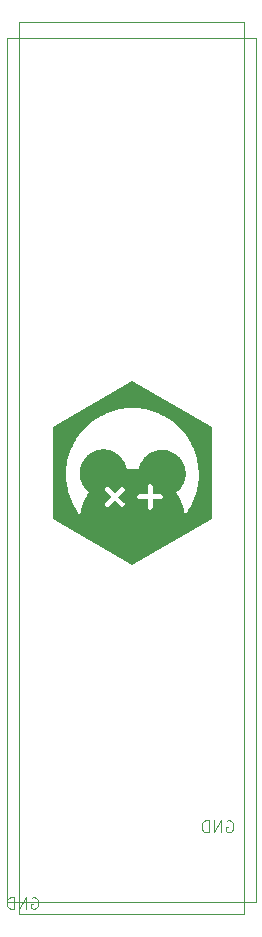
<source format=gbr>
%TF.GenerationSoftware,KiCad,Pcbnew,9.0.4*%
%TF.CreationDate,2025-09-26T22:16:16-05:00*%
%TF.ProjectId,loongcat40,6c6f6f6e-6763-4617-9434-302e6b696361,rev?*%
%TF.SameCoordinates,Original*%
%TF.FileFunction,Legend,Bot*%
%TF.FilePolarity,Positive*%
%FSLAX46Y46*%
G04 Gerber Fmt 4.6, Leading zero omitted, Abs format (unit mm)*
G04 Created by KiCad (PCBNEW 9.0.4) date 2025-09-26 22:16:16*
%MOMM*%
%LPD*%
G01*
G04 APERTURE LIST*
%ADD10C,0.100000*%
%ADD11C,0.000000*%
G04 APERTURE END LIST*
D10*
X146172306Y-96420038D02*
X146267544Y-96372419D01*
X146267544Y-96372419D02*
X146410401Y-96372419D01*
X146410401Y-96372419D02*
X146553258Y-96420038D01*
X146553258Y-96420038D02*
X146648496Y-96515276D01*
X146648496Y-96515276D02*
X146696115Y-96610514D01*
X146696115Y-96610514D02*
X146743734Y-96800990D01*
X146743734Y-96800990D02*
X146743734Y-96943847D01*
X146743734Y-96943847D02*
X146696115Y-97134323D01*
X146696115Y-97134323D02*
X146648496Y-97229561D01*
X146648496Y-97229561D02*
X146553258Y-97324800D01*
X146553258Y-97324800D02*
X146410401Y-97372419D01*
X146410401Y-97372419D02*
X146315163Y-97372419D01*
X146315163Y-97372419D02*
X146172306Y-97324800D01*
X146172306Y-97324800D02*
X146124687Y-97277180D01*
X146124687Y-97277180D02*
X146124687Y-96943847D01*
X146124687Y-96943847D02*
X146315163Y-96943847D01*
X145696115Y-97372419D02*
X145696115Y-96372419D01*
X145696115Y-96372419D02*
X145124687Y-97372419D01*
X145124687Y-97372419D02*
X145124687Y-96372419D01*
X144648496Y-97372419D02*
X144648496Y-96372419D01*
X144648496Y-96372419D02*
X144410401Y-96372419D01*
X144410401Y-96372419D02*
X144267544Y-96420038D01*
X144267544Y-96420038D02*
X144172306Y-96515276D01*
X144172306Y-96515276D02*
X144124687Y-96610514D01*
X144124687Y-96610514D02*
X144077068Y-96800990D01*
X144077068Y-96800990D02*
X144077068Y-96943847D01*
X144077068Y-96943847D02*
X144124687Y-97134323D01*
X144124687Y-97134323D02*
X144172306Y-97229561D01*
X144172306Y-97229561D02*
X144267544Y-97324800D01*
X144267544Y-97324800D02*
X144410401Y-97372419D01*
X144410401Y-97372419D02*
X144648496Y-97372419D01*
X129672306Y-102920038D02*
X129767544Y-102872419D01*
X129767544Y-102872419D02*
X129910401Y-102872419D01*
X129910401Y-102872419D02*
X130053258Y-102920038D01*
X130053258Y-102920038D02*
X130148496Y-103015276D01*
X130148496Y-103015276D02*
X130196115Y-103110514D01*
X130196115Y-103110514D02*
X130243734Y-103300990D01*
X130243734Y-103300990D02*
X130243734Y-103443847D01*
X130243734Y-103443847D02*
X130196115Y-103634323D01*
X130196115Y-103634323D02*
X130148496Y-103729561D01*
X130148496Y-103729561D02*
X130053258Y-103824800D01*
X130053258Y-103824800D02*
X129910401Y-103872419D01*
X129910401Y-103872419D02*
X129815163Y-103872419D01*
X129815163Y-103872419D02*
X129672306Y-103824800D01*
X129672306Y-103824800D02*
X129624687Y-103777180D01*
X129624687Y-103777180D02*
X129624687Y-103443847D01*
X129624687Y-103443847D02*
X129815163Y-103443847D01*
X129196115Y-103872419D02*
X129196115Y-102872419D01*
X129196115Y-102872419D02*
X128624687Y-103872419D01*
X128624687Y-103872419D02*
X128624687Y-102872419D01*
X128148496Y-103872419D02*
X128148496Y-102872419D01*
X128148496Y-102872419D02*
X127910401Y-102872419D01*
X127910401Y-102872419D02*
X127767544Y-102920038D01*
X127767544Y-102920038D02*
X127672306Y-103015276D01*
X127672306Y-103015276D02*
X127624687Y-103110514D01*
X127624687Y-103110514D02*
X127577068Y-103300990D01*
X127577068Y-103300990D02*
X127577068Y-103443847D01*
X127577068Y-103443847D02*
X127624687Y-103634323D01*
X127624687Y-103634323D02*
X127672306Y-103729561D01*
X127672306Y-103729561D02*
X127767544Y-103824800D01*
X127767544Y-103824800D02*
X127910401Y-103872419D01*
X127910401Y-103872419D02*
X128148496Y-103872419D01*
D11*
G36*
X144961660Y-70851511D02*
G01*
X138209279Y-74750000D01*
X131456889Y-70851509D01*
X131456891Y-67074062D01*
X132591206Y-67074062D01*
X132596336Y-67316133D01*
X132611586Y-67555599D01*
X132636750Y-67792253D01*
X132671619Y-68025887D01*
X132715987Y-68256294D01*
X132769647Y-68483266D01*
X132832390Y-68706596D01*
X132904009Y-68926077D01*
X132984297Y-69141501D01*
X133073047Y-69352660D01*
X133170051Y-69559349D01*
X133275102Y-69761358D01*
X133387992Y-69958481D01*
X133508514Y-70150510D01*
X133636460Y-70337238D01*
X133771624Y-70518457D01*
X133791174Y-70383332D01*
X133814723Y-70249538D01*
X133842208Y-70117137D01*
X133873566Y-69986191D01*
X133908733Y-69856765D01*
X133947648Y-69728922D01*
X133990247Y-69602723D01*
X134036467Y-69478233D01*
X134086245Y-69355513D01*
X134139518Y-69234628D01*
X134196223Y-69115640D01*
X134256297Y-68998612D01*
X134319678Y-68883607D01*
X134386301Y-68770688D01*
X134456105Y-68659918D01*
X134529027Y-68551360D01*
X134440598Y-68480188D01*
X134356378Y-68404223D01*
X134313011Y-68360450D01*
X135887629Y-68360450D01*
X135887668Y-68370351D01*
X135888167Y-68380241D01*
X135889125Y-68390104D01*
X135890543Y-68399922D01*
X135892421Y-68409677D01*
X135894759Y-68419352D01*
X135897557Y-68428930D01*
X135900815Y-68438392D01*
X135904533Y-68447723D01*
X135908710Y-68456903D01*
X135913347Y-68465916D01*
X135918445Y-68474745D01*
X135924002Y-68483371D01*
X135930019Y-68491777D01*
X135936496Y-68499946D01*
X135943432Y-68507861D01*
X135943400Y-68507893D01*
X135943368Y-68507925D01*
X135943335Y-68507958D01*
X135943303Y-68507991D01*
X135949553Y-68514240D01*
X136418347Y-68983032D01*
X135949553Y-69451824D01*
X135943303Y-69458074D01*
X135943432Y-69458203D01*
X135936496Y-69466118D01*
X135930019Y-69474287D01*
X135924002Y-69482694D01*
X135918445Y-69491320D01*
X135913347Y-69500148D01*
X135908710Y-69509161D01*
X135904533Y-69518342D01*
X135900815Y-69527672D01*
X135897557Y-69537135D01*
X135894759Y-69546712D01*
X135892421Y-69556387D01*
X135890543Y-69566142D01*
X135889125Y-69575960D01*
X135888167Y-69585823D01*
X135887668Y-69595713D01*
X135887629Y-69605614D01*
X135888051Y-69615508D01*
X135888932Y-69625376D01*
X135890273Y-69635203D01*
X135892073Y-69644970D01*
X135894334Y-69654660D01*
X135897055Y-69664255D01*
X135900235Y-69673738D01*
X135903875Y-69683092D01*
X135907976Y-69692299D01*
X135912536Y-69701341D01*
X135917556Y-69710202D01*
X135923035Y-69718863D01*
X135928975Y-69727308D01*
X135935374Y-69735518D01*
X135942234Y-69743477D01*
X135949553Y-69751166D01*
X135957243Y-69758485D01*
X135965201Y-69765345D01*
X135973412Y-69771744D01*
X135981856Y-69777684D01*
X135990518Y-69783164D01*
X135999378Y-69788184D01*
X136008421Y-69792744D01*
X136017627Y-69796844D01*
X136026981Y-69800484D01*
X136036464Y-69803664D01*
X136046060Y-69806385D01*
X136055749Y-69808646D01*
X136065516Y-69810446D01*
X136075343Y-69811787D01*
X136085212Y-69812668D01*
X136095105Y-69813089D01*
X136105006Y-69813051D01*
X136114896Y-69812552D01*
X136124759Y-69811594D01*
X136134577Y-69810175D01*
X136144332Y-69808297D01*
X136154007Y-69805959D01*
X136163585Y-69803161D01*
X136173048Y-69799904D01*
X136182378Y-69796186D01*
X136191559Y-69792008D01*
X136200572Y-69787371D01*
X136209401Y-69782274D01*
X136218027Y-69776717D01*
X136226434Y-69770700D01*
X136234603Y-69764223D01*
X136242518Y-69757286D01*
X136242533Y-69757302D01*
X136242549Y-69757318D01*
X136242581Y-69757351D01*
X136242613Y-69757383D01*
X136242646Y-69757416D01*
X136248894Y-69751166D01*
X136717686Y-69282374D01*
X137192731Y-69757416D01*
X137192794Y-69757351D01*
X137192826Y-69757318D01*
X137192858Y-69757286D01*
X137200773Y-69764223D01*
X137208942Y-69770700D01*
X137217348Y-69776717D01*
X137225974Y-69782274D01*
X137234803Y-69787371D01*
X137243816Y-69792008D01*
X137252996Y-69796186D01*
X137262327Y-69799904D01*
X137271789Y-69803161D01*
X137281367Y-69805959D01*
X137291042Y-69808297D01*
X137300797Y-69810175D01*
X137310615Y-69811594D01*
X137320478Y-69812552D01*
X137330368Y-69813051D01*
X137340269Y-69813089D01*
X137350162Y-69812668D01*
X137360031Y-69811787D01*
X137369858Y-69810446D01*
X137379625Y-69808646D01*
X137389314Y-69806385D01*
X137398910Y-69803664D01*
X137408393Y-69800484D01*
X137417747Y-69796844D01*
X137426954Y-69792744D01*
X137435996Y-69788184D01*
X137444857Y-69783164D01*
X137453518Y-69777684D01*
X137461963Y-69771744D01*
X137470173Y-69765345D01*
X137478132Y-69758485D01*
X137485821Y-69751166D01*
X137493141Y-69743477D01*
X137500000Y-69735518D01*
X137506400Y-69727308D01*
X137512340Y-69718863D01*
X137517819Y-69710202D01*
X137522839Y-69701341D01*
X137527400Y-69692299D01*
X137531500Y-69683092D01*
X137535140Y-69673738D01*
X137538321Y-69664255D01*
X137541041Y-69654660D01*
X137543302Y-69644970D01*
X137545103Y-69635203D01*
X137546444Y-69625376D01*
X137547325Y-69615508D01*
X137547746Y-69605614D01*
X137547707Y-69595713D01*
X137547209Y-69585823D01*
X137546250Y-69575960D01*
X137544832Y-69566142D01*
X137542954Y-69556387D01*
X137540616Y-69546712D01*
X137537818Y-69537135D01*
X137534561Y-69527672D01*
X137530843Y-69518342D01*
X137526666Y-69509161D01*
X137522028Y-69500148D01*
X137516931Y-69491320D01*
X137511374Y-69482694D01*
X137505357Y-69474287D01*
X137498880Y-69466118D01*
X137491944Y-69458203D01*
X137492070Y-69458074D01*
X137017029Y-68983032D01*
X137017031Y-68983030D01*
X138614560Y-68983030D01*
X138614822Y-68993643D01*
X138615599Y-69004121D01*
X138616879Y-69014452D01*
X138618651Y-69024623D01*
X138620900Y-69034623D01*
X138623616Y-69044438D01*
X138626786Y-69054056D01*
X138630397Y-69063466D01*
X138634437Y-69072654D01*
X138638894Y-69081609D01*
X138643755Y-69090317D01*
X138649008Y-69098768D01*
X138654641Y-69106947D01*
X138660641Y-69114844D01*
X138666996Y-69122445D01*
X138673694Y-69129739D01*
X138680722Y-69136712D01*
X138688068Y-69143353D01*
X138695720Y-69149650D01*
X138703665Y-69155589D01*
X138711891Y-69161159D01*
X138720386Y-69166347D01*
X138729136Y-69171141D01*
X138738131Y-69175529D01*
X138747357Y-69179498D01*
X138756803Y-69183035D01*
X138766455Y-69186130D01*
X138776302Y-69188768D01*
X138786331Y-69190938D01*
X138796529Y-69192628D01*
X138806886Y-69193824D01*
X138817387Y-69194516D01*
X138817387Y-69194697D01*
X138826226Y-69194697D01*
X139489199Y-69194697D01*
X139489199Y-69857670D01*
X139489199Y-69866507D01*
X139489380Y-69866507D01*
X139490072Y-69877009D01*
X139491269Y-69887365D01*
X139492959Y-69897564D01*
X139495129Y-69907593D01*
X139497767Y-69917440D01*
X139500861Y-69927093D01*
X139504399Y-69936538D01*
X139508368Y-69945764D01*
X139512755Y-69954759D01*
X139517549Y-69963510D01*
X139522738Y-69972004D01*
X139528307Y-69980230D01*
X139534247Y-69988175D01*
X139540543Y-69995827D01*
X139547184Y-70003173D01*
X139554158Y-70010201D01*
X139561451Y-70016899D01*
X139569053Y-70023254D01*
X139576949Y-70029254D01*
X139585129Y-70034887D01*
X139593579Y-70040140D01*
X139602287Y-70045001D01*
X139611242Y-70049458D01*
X139620430Y-70053498D01*
X139629839Y-70057109D01*
X139639458Y-70060279D01*
X139649272Y-70062994D01*
X139659272Y-70065244D01*
X139669443Y-70067015D01*
X139679773Y-70068296D01*
X139690251Y-70069073D01*
X139700863Y-70069335D01*
X139711476Y-70069073D01*
X139721954Y-70068296D01*
X139732285Y-70067015D01*
X139742457Y-70065244D01*
X139752456Y-70062994D01*
X139762271Y-70060279D01*
X139771890Y-70057109D01*
X139781299Y-70053498D01*
X139790487Y-70049458D01*
X139799442Y-70045001D01*
X139808151Y-70040140D01*
X139816601Y-70034887D01*
X139824781Y-70029254D01*
X139832677Y-70023254D01*
X139840279Y-70016899D01*
X139847572Y-70010201D01*
X139854546Y-70003173D01*
X139861187Y-69995827D01*
X139867484Y-69988175D01*
X139873423Y-69980230D01*
X139878993Y-69972004D01*
X139884181Y-69963510D01*
X139888975Y-69954759D01*
X139893363Y-69945764D01*
X139897332Y-69936538D01*
X139900869Y-69927093D01*
X139903964Y-69917440D01*
X139906602Y-69907593D01*
X139908772Y-69897564D01*
X139910462Y-69887365D01*
X139911659Y-69877009D01*
X139912350Y-69866507D01*
X139912530Y-69866507D01*
X139912530Y-69857670D01*
X139912530Y-69194697D01*
X140584342Y-69194697D01*
X140584342Y-69194516D01*
X140594843Y-69193824D01*
X140605199Y-69192628D01*
X140615398Y-69190938D01*
X140625427Y-69188768D01*
X140635274Y-69186130D01*
X140644926Y-69183035D01*
X140654372Y-69179498D01*
X140663598Y-69175529D01*
X140672592Y-69171141D01*
X140681343Y-69166347D01*
X140689838Y-69161159D01*
X140698064Y-69155589D01*
X140706009Y-69149650D01*
X140713661Y-69143353D01*
X140721007Y-69136712D01*
X140728035Y-69129739D01*
X140734733Y-69122445D01*
X140741088Y-69114844D01*
X140747088Y-69106947D01*
X140752721Y-69098768D01*
X140757974Y-69090317D01*
X140762835Y-69081609D01*
X140767292Y-69072654D01*
X140771332Y-69063466D01*
X140774943Y-69054056D01*
X140778113Y-69044438D01*
X140780828Y-69034623D01*
X140783078Y-69024623D01*
X140784849Y-69014452D01*
X140786130Y-69004121D01*
X140786907Y-68993643D01*
X140787169Y-68983030D01*
X140786907Y-68972417D01*
X140786130Y-68961940D01*
X140784849Y-68951609D01*
X140783078Y-68941438D01*
X140780829Y-68931439D01*
X140778113Y-68921624D01*
X140774943Y-68912005D01*
X140771332Y-68902596D01*
X140767292Y-68893408D01*
X140762836Y-68884453D01*
X140757975Y-68875745D01*
X140752721Y-68867294D01*
X140747089Y-68859115D01*
X140741088Y-68851218D01*
X140734733Y-68843617D01*
X140728036Y-68836323D01*
X140721007Y-68829350D01*
X140713661Y-68822709D01*
X140706010Y-68816412D01*
X140698065Y-68810473D01*
X140689839Y-68804903D01*
X140681344Y-68799715D01*
X140672593Y-68794921D01*
X140663599Y-68790533D01*
X140654372Y-68786565D01*
X140644927Y-68783027D01*
X140635275Y-68779933D01*
X140625428Y-68777294D01*
X140615399Y-68775124D01*
X140605200Y-68773435D01*
X140594843Y-68772238D01*
X140584342Y-68771546D01*
X140584342Y-68771365D01*
X139912530Y-68771365D01*
X139912530Y-68108393D01*
X139912530Y-68099553D01*
X139912350Y-68099553D01*
X139911659Y-68089052D01*
X139910462Y-68078695D01*
X139908772Y-68068496D01*
X139906602Y-68058467D01*
X139903964Y-68048621D01*
X139900869Y-68038968D01*
X139897332Y-68029523D01*
X139893363Y-68020297D01*
X139888975Y-68011302D01*
X139884181Y-68002551D01*
X139878993Y-67994057D01*
X139873423Y-67985831D01*
X139867484Y-67977885D01*
X139861187Y-67970234D01*
X139854546Y-67962888D01*
X139847572Y-67955859D01*
X139840279Y-67949161D01*
X139832677Y-67942806D01*
X139824781Y-67936806D01*
X139816601Y-67931173D01*
X139808151Y-67925920D01*
X139799442Y-67921059D01*
X139790487Y-67916602D01*
X139781299Y-67912562D01*
X139771890Y-67908951D01*
X139762271Y-67905781D01*
X139752456Y-67903065D01*
X139742457Y-67900816D01*
X139732285Y-67899044D01*
X139721954Y-67897764D01*
X139711476Y-67896986D01*
X139700863Y-67896725D01*
X139690251Y-67896986D01*
X139679773Y-67897764D01*
X139669443Y-67899044D01*
X139659271Y-67900816D01*
X139649272Y-67903065D01*
X139639457Y-67905781D01*
X139629839Y-67908951D01*
X139620430Y-67912562D01*
X139611242Y-67916602D01*
X139602287Y-67921059D01*
X139593578Y-67925920D01*
X139585128Y-67931173D01*
X139576948Y-67936806D01*
X139569052Y-67942806D01*
X139561450Y-67949161D01*
X139554157Y-67955859D01*
X139547183Y-67962888D01*
X139540542Y-67970234D01*
X139534246Y-67977885D01*
X139528306Y-67985831D01*
X139522736Y-67994057D01*
X139517548Y-68002551D01*
X139512754Y-68011302D01*
X139508366Y-68020297D01*
X139504397Y-68029523D01*
X139500860Y-68038968D01*
X139497765Y-68048621D01*
X139495127Y-68058467D01*
X139492957Y-68068496D01*
X139491267Y-68078695D01*
X139490070Y-68089052D01*
X139489379Y-68099553D01*
X139489199Y-68099553D01*
X139489199Y-68108393D01*
X139489199Y-68360449D01*
X139489199Y-68771367D01*
X138826224Y-68771367D01*
X138825965Y-68771367D01*
X138817387Y-68771365D01*
X138817387Y-68771544D01*
X138806886Y-68772236D01*
X138796529Y-68773433D01*
X138786331Y-68775122D01*
X138776302Y-68777293D01*
X138766455Y-68779931D01*
X138756803Y-68783025D01*
X138747357Y-68786563D01*
X138738131Y-68790532D01*
X138729136Y-68794919D01*
X138720386Y-68799713D01*
X138711891Y-68804901D01*
X138703665Y-68810471D01*
X138695720Y-68816411D01*
X138688068Y-68822707D01*
X138680722Y-68829348D01*
X138673694Y-68836322D01*
X138666996Y-68843615D01*
X138660641Y-68851217D01*
X138654641Y-68859113D01*
X138649008Y-68867293D01*
X138643755Y-68875743D01*
X138638894Y-68884452D01*
X138634437Y-68893406D01*
X138630397Y-68902595D01*
X138626786Y-68912004D01*
X138623616Y-68921623D01*
X138620900Y-68931438D01*
X138618651Y-68941437D01*
X138616879Y-68951608D01*
X138615599Y-68961939D01*
X138614822Y-68972417D01*
X138614560Y-68983030D01*
X137017031Y-68983030D01*
X137485821Y-68514238D01*
X137492072Y-68507989D01*
X137491944Y-68507861D01*
X137498880Y-68499946D01*
X137505357Y-68491777D01*
X137511374Y-68483370D01*
X137516931Y-68474744D01*
X137522028Y-68465916D01*
X137526666Y-68456902D01*
X137530843Y-68447722D01*
X137534561Y-68438392D01*
X137537818Y-68428929D01*
X137540616Y-68419351D01*
X137542954Y-68409676D01*
X137544832Y-68399921D01*
X137546250Y-68390103D01*
X137547209Y-68380240D01*
X137547707Y-68370350D01*
X137547746Y-68360449D01*
X137547325Y-68350556D01*
X137546444Y-68340687D01*
X137545103Y-68330860D01*
X137543302Y-68321094D01*
X137541041Y-68311404D01*
X137538321Y-68301808D01*
X137535140Y-68292325D01*
X137531500Y-68282971D01*
X137527400Y-68273764D01*
X137522839Y-68264722D01*
X137517819Y-68255861D01*
X137512340Y-68247200D01*
X137506400Y-68238755D01*
X137500000Y-68230545D01*
X137493141Y-68222586D01*
X137485821Y-68214896D01*
X137478132Y-68207577D01*
X137470173Y-68200717D01*
X137461963Y-68194318D01*
X137453518Y-68188378D01*
X137444857Y-68182899D01*
X137435996Y-68177879D01*
X137426954Y-68173319D01*
X137417747Y-68169218D01*
X137408393Y-68165578D01*
X137398910Y-68162398D01*
X137389314Y-68159677D01*
X137379625Y-68157416D01*
X137369858Y-68155616D01*
X137360031Y-68154275D01*
X137350162Y-68153394D01*
X137340269Y-68152972D01*
X137330368Y-68153011D01*
X137320478Y-68153510D01*
X137310615Y-68154468D01*
X137300797Y-68155886D01*
X137291042Y-68157764D01*
X137281367Y-68160102D01*
X137271789Y-68162900D01*
X137262327Y-68166158D01*
X137252996Y-68169876D01*
X137243816Y-68174053D01*
X137234803Y-68178690D01*
X137225974Y-68183788D01*
X137217348Y-68189345D01*
X137208942Y-68195362D01*
X137200773Y-68201839D01*
X137192858Y-68208775D01*
X137192731Y-68208647D01*
X137186478Y-68214896D01*
X136717686Y-68683690D01*
X136248892Y-68214898D01*
X136248802Y-68214805D01*
X136248756Y-68214759D01*
X136248709Y-68214713D01*
X136242648Y-68208647D01*
X136242631Y-68208663D01*
X136242614Y-68208679D01*
X136242598Y-68208695D01*
X136242581Y-68208711D01*
X136242518Y-68208775D01*
X136234603Y-68201839D01*
X136226434Y-68195362D01*
X136218027Y-68189345D01*
X136209401Y-68183788D01*
X136200572Y-68178691D01*
X136191559Y-68174054D01*
X136182379Y-68169876D01*
X136173048Y-68166159D01*
X136163585Y-68162901D01*
X136154008Y-68160103D01*
X136144333Y-68157765D01*
X136134577Y-68155887D01*
X136124760Y-68154469D01*
X136114897Y-68153510D01*
X136105006Y-68153012D01*
X136095106Y-68152973D01*
X136085212Y-68153395D01*
X136075344Y-68154276D01*
X136065517Y-68155617D01*
X136055750Y-68157417D01*
X136046060Y-68159678D01*
X136036465Y-68162399D01*
X136026982Y-68165579D01*
X136017628Y-68169220D01*
X136008421Y-68173320D01*
X135999379Y-68177880D01*
X135990518Y-68182900D01*
X135981857Y-68188380D01*
X135973412Y-68194319D01*
X135965202Y-68200719D01*
X135957243Y-68207579D01*
X135949553Y-68214898D01*
X135942234Y-68222588D01*
X135935374Y-68230546D01*
X135928975Y-68238757D01*
X135923035Y-68247201D01*
X135917556Y-68255862D01*
X135912536Y-68264723D01*
X135907976Y-68273766D01*
X135903875Y-68282972D01*
X135900235Y-68292326D01*
X135897055Y-68301809D01*
X135894334Y-68311405D01*
X135892073Y-68321094D01*
X135890273Y-68330861D01*
X135888932Y-68340688D01*
X135888051Y-68350557D01*
X135887629Y-68360450D01*
X134313011Y-68360450D01*
X134276573Y-68323670D01*
X134201389Y-68238737D01*
X134131033Y-68149630D01*
X134065712Y-68056555D01*
X134005632Y-67959718D01*
X133950999Y-67859327D01*
X133902020Y-67755588D01*
X133858901Y-67648708D01*
X133821850Y-67538892D01*
X133791072Y-67426348D01*
X133766774Y-67311281D01*
X133749163Y-67193899D01*
X133738444Y-67074408D01*
X133734826Y-66953014D01*
X133737437Y-66849842D01*
X133745188Y-66748018D01*
X133757952Y-66647669D01*
X133775602Y-66548922D01*
X133798012Y-66451902D01*
X133825055Y-66356737D01*
X133856606Y-66263552D01*
X133892539Y-66172473D01*
X133932725Y-66083628D01*
X133977041Y-65997142D01*
X134025358Y-65913142D01*
X134077550Y-65831754D01*
X134133492Y-65753105D01*
X134193057Y-65677321D01*
X134256119Y-65604528D01*
X134322551Y-65534852D01*
X134392226Y-65468420D01*
X134465019Y-65405359D01*
X134540804Y-65345794D01*
X134619453Y-65289852D01*
X134700841Y-65237659D01*
X134784841Y-65189342D01*
X134871327Y-65145027D01*
X134960172Y-65104840D01*
X135051250Y-65068908D01*
X135144435Y-65037357D01*
X135239600Y-65010313D01*
X135336620Y-64987903D01*
X135435367Y-64970253D01*
X135535716Y-64957490D01*
X135637539Y-64949739D01*
X135740712Y-64947127D01*
X135834269Y-64949274D01*
X135926729Y-64955651D01*
X136017996Y-64966165D01*
X136107977Y-64980721D01*
X136196579Y-64999226D01*
X136283706Y-65021585D01*
X136369264Y-65047705D01*
X136453161Y-65077490D01*
X136535301Y-65110849D01*
X136615591Y-65147685D01*
X136693937Y-65187905D01*
X136770244Y-65231416D01*
X136844418Y-65278123D01*
X136916366Y-65327932D01*
X136985994Y-65380749D01*
X137053207Y-65436479D01*
X137117911Y-65495030D01*
X137180012Y-65556307D01*
X137239417Y-65620215D01*
X137296031Y-65686661D01*
X137349760Y-65755551D01*
X137400510Y-65826791D01*
X137448188Y-65900286D01*
X137492698Y-65975943D01*
X137533947Y-66053667D01*
X137571842Y-66133365D01*
X137606287Y-66214943D01*
X137637189Y-66298305D01*
X137664454Y-66383359D01*
X137687987Y-66470011D01*
X137707696Y-66558166D01*
X137723485Y-66647730D01*
X137783442Y-66641655D01*
X137843628Y-66636372D01*
X137904039Y-66631888D01*
X137964670Y-66628207D01*
X138025513Y-66625335D01*
X138086566Y-66623278D01*
X138147821Y-66622039D01*
X138209275Y-66621625D01*
X138209277Y-66621625D01*
X138275179Y-66622101D01*
X138340852Y-66623525D01*
X138406291Y-66625891D01*
X138471489Y-66629192D01*
X138536438Y-66633421D01*
X138601134Y-66638572D01*
X138665568Y-66644638D01*
X138729735Y-66651613D01*
X138746515Y-66563270D01*
X138767116Y-66476336D01*
X138791447Y-66390904D01*
X138819415Y-66307064D01*
X138850931Y-66224909D01*
X138885902Y-66144529D01*
X138924236Y-66066016D01*
X138965843Y-65989462D01*
X139010630Y-65914958D01*
X139058507Y-65842595D01*
X139109382Y-65772466D01*
X139163163Y-65704661D01*
X139219759Y-65639271D01*
X139279079Y-65576389D01*
X139341030Y-65516107D01*
X139405522Y-65458514D01*
X139472464Y-65403703D01*
X139541762Y-65351765D01*
X139613327Y-65302793D01*
X139687066Y-65256876D01*
X139762889Y-65214107D01*
X139840703Y-65174577D01*
X139920418Y-65138378D01*
X140001941Y-65105601D01*
X140085182Y-65076337D01*
X140170048Y-65050679D01*
X140256449Y-65028717D01*
X140344292Y-65010543D01*
X140433487Y-64996248D01*
X140523942Y-64985925D01*
X140615566Y-64979664D01*
X140708266Y-64977556D01*
X140811438Y-64980168D01*
X140913262Y-64987919D01*
X141013611Y-65000682D01*
X141112358Y-65018332D01*
X141209378Y-65040742D01*
X141304543Y-65067786D01*
X141397728Y-65099337D01*
X141488806Y-65135269D01*
X141577652Y-65175456D01*
X141664137Y-65219771D01*
X141748137Y-65268088D01*
X141829525Y-65320281D01*
X141908174Y-65376223D01*
X141983959Y-65435787D01*
X142056752Y-65498849D01*
X142126428Y-65565281D01*
X142192860Y-65634956D01*
X142255921Y-65707750D01*
X142315486Y-65783534D01*
X142371428Y-65862183D01*
X142423621Y-65943571D01*
X142471938Y-66027571D01*
X142516253Y-66114057D01*
X142556440Y-66202902D01*
X142592372Y-66293980D01*
X142623923Y-66387166D01*
X142650967Y-66482331D01*
X142673377Y-66579351D01*
X142691027Y-66678098D01*
X142703790Y-66778447D01*
X142711541Y-66880271D01*
X142714153Y-66983443D01*
X142714152Y-66983443D01*
X142714152Y-66983442D01*
X142710502Y-67105358D01*
X142699692Y-67225354D01*
X142681930Y-67343221D01*
X142657427Y-67458750D01*
X142626391Y-67571731D01*
X142589031Y-67681955D01*
X142545557Y-67789212D01*
X142496177Y-67893295D01*
X142441102Y-67993993D01*
X142380540Y-68091098D01*
X142314701Y-68184400D01*
X142243793Y-68273689D01*
X142168026Y-68358758D01*
X142087609Y-68439396D01*
X142002752Y-68515394D01*
X141913663Y-68586543D01*
X141984137Y-68693578D01*
X142051603Y-68802718D01*
X142115999Y-68913902D01*
X142153423Y-68983030D01*
X142177266Y-69027072D01*
X142235347Y-69142169D01*
X142290180Y-69259133D01*
X142341708Y-69377905D01*
X142389871Y-69498427D01*
X142434610Y-69620638D01*
X142475865Y-69744479D01*
X142513577Y-69869892D01*
X142547688Y-69996817D01*
X142578137Y-70125195D01*
X142604867Y-70254967D01*
X142627816Y-70386074D01*
X142646927Y-70518455D01*
X142782091Y-70337236D01*
X142910037Y-70150508D01*
X143030559Y-69958479D01*
X143143449Y-69761356D01*
X143248500Y-69559347D01*
X143345503Y-69352659D01*
X143434253Y-69141499D01*
X143514541Y-68926076D01*
X143586161Y-68706595D01*
X143648904Y-68483265D01*
X143702563Y-68256293D01*
X143746931Y-68025887D01*
X143781800Y-67792253D01*
X143806964Y-67555599D01*
X143822214Y-67316133D01*
X143827344Y-67074062D01*
X143820029Y-66785098D01*
X143798321Y-66499911D01*
X143762573Y-66218855D01*
X143713139Y-65942284D01*
X143650373Y-65670553D01*
X143574629Y-65404014D01*
X143486261Y-65143022D01*
X143385623Y-64887931D01*
X143273068Y-64639094D01*
X143148951Y-64396865D01*
X143013625Y-64161599D01*
X142867444Y-63933649D01*
X142710762Y-63713369D01*
X142543933Y-63501113D01*
X142367311Y-63297234D01*
X142181249Y-63102087D01*
X141986102Y-62916026D01*
X141782224Y-62739404D01*
X141569967Y-62572575D01*
X141349687Y-62415893D01*
X141121737Y-62269712D01*
X140886471Y-62134386D01*
X140644242Y-62010269D01*
X140395406Y-61897714D01*
X140140314Y-61797076D01*
X139879322Y-61708708D01*
X139612784Y-61632964D01*
X139341052Y-61570198D01*
X139064482Y-61520765D01*
X138783426Y-61485017D01*
X138498239Y-61463308D01*
X138209275Y-61455994D01*
X137920311Y-61463308D01*
X137635124Y-61485017D01*
X137354068Y-61520765D01*
X137077498Y-61570198D01*
X136805766Y-61632964D01*
X136539227Y-61708708D01*
X136278235Y-61797076D01*
X136023144Y-61897714D01*
X135774307Y-62010269D01*
X135532079Y-62134386D01*
X135296813Y-62269712D01*
X135068862Y-62415893D01*
X134848582Y-62572575D01*
X134636326Y-62739404D01*
X134432447Y-62916026D01*
X134237300Y-63102087D01*
X134051239Y-63297234D01*
X133874617Y-63501113D01*
X133707788Y-63713369D01*
X133551106Y-63933649D01*
X133404925Y-64161599D01*
X133269599Y-64396865D01*
X133145482Y-64639094D01*
X133032927Y-64887931D01*
X132932289Y-65143022D01*
X132843921Y-65404014D01*
X132768177Y-65670553D01*
X132705411Y-65942284D01*
X132655977Y-66218855D01*
X132620229Y-66499911D01*
X132598521Y-66785098D01*
X132591206Y-67074062D01*
X131456891Y-67074062D01*
X131456893Y-63054521D01*
X138209273Y-59156033D01*
X144961663Y-63054524D01*
X144961661Y-67074062D01*
X144961660Y-70851511D01*
G37*
%TO.C,U2*%
D10*
X127572500Y-103275000D02*
X148652500Y-103275000D01*
X148652500Y-30125000D01*
X127572500Y-30125000D01*
X127572500Y-103275000D01*
%TO.C,U1*%
X147612500Y-104300000D02*
X128612500Y-104300000D01*
X128612500Y-28800000D01*
X147612500Y-28800000D01*
X147612500Y-104300000D01*
%TD*%
M02*

</source>
